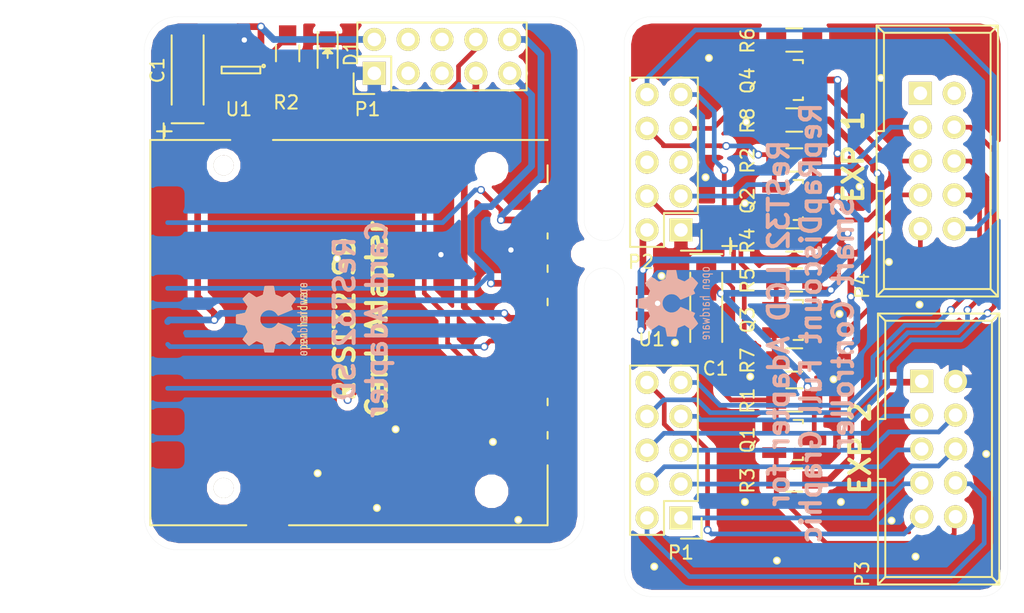
<source format=kicad_pcb>
(kicad_pcb (version 20171130) (host pcbnew "(5.1.12)-1")
  (layers (0 F.Cu signal) (31 B.Cu signal) (34 B.Paste user hide) (35 F.Paste user hide) (36 B.SilkS user hide) (37 F.SilkS user hide) (38 B.Mask user hide) (39 F.Mask user hide) (44 Edge.Cuts user))
  (net 0 "")
  (net 1 GND)
  (net 2 +3V3)
  (net 3 /DISPLAY_D6)
  (net 4 /DISPLAY_D7)
  (net 5 /DISPLAY_D4)
  (net 6 /DISPLAY_D5)
  (net 7 /DISPLAY_D2)
  (net 8 /DISPLAY_D3)
  (net 9 /DISPLAY_D0)
  (net 10 /DISPLAY_D1)
  (net 11 /DISPLAY_CD)
  (net 12 /DISPLAY_CS)
  (net 13 +5V)
  (net 14 /DISPLAY_RD)
  (net 15 /DISPLAY_WR)
  (net 16 /SPI_MOSI)
  (net 17 /SPI_CS1)
  (net 18 /SPI_SCK)
  (net 19 /MISO)
  (net 20 /BEEP)
  (net 21 /SCK)
  (net 22 /CS)
  (net 23 /MOSI)
  (net 24 /SPI-CS)
  (net 25 /SPI-MOSI)
  (net 26 /SPI-SCK)
  (net 27 /SPI-MISO)
  (net 28 "Net-(D1-Pad2)")
  (module Connect:SD_Card_Receptacle (layer F.Cu) (at 106.5 127.25 270)
    (fp_text reference CON1 hide)
    (fp_text value uSD_Card)
    (pad 1 smd rect (at 6.875 0 270) (size 1 1.5) (layers F.Cu F.Paste F.Mask))
    (pad 2 smd rect (at 4.375 0 270) (size 1 1.5) (layers F.Cu F.Paste F.Mask) (net 24 /SPI-CS))
    (pad 3 smd rect (at 1.075 0 270) (size 1 1.5) (layers F.Cu F.Paste F.Mask) (net 25 /SPI-MOSI))
    (pad 4 smd rect (at -0.625 0 270) (size 1 1.5) (layers F.Cu F.Paste F.Mask) (net 2 +3V3))
    (pad 5 smd rect (at -3.125 0 270) (size 1 1.5) (layers F.Cu F.Paste F.Mask) (net 26 /SPI-SCK))
    (pad 6 smd rect (at -5.625 0 270) (size 1 1.5) (layers F.Cu F.Paste F.Mask) (net 1 GND))
    (pad 7 smd rect (at -8.05 0 270) (size 1 1.5) (layers F.Cu F.Paste F.Mask) (net 27 /SPI-MISO))
    (pad 8 smd rect (at -9.75 0 270) (size 1 1.5) (layers F.Cu F.Paste F.Mask))
    (pad 9 smd rect (at 9.375 0 270) (size 1 1.5) (layers F.Cu F.Paste F.Mask))
    (pad 10 smd rect (at 2.725 0 270) (size 1 1.5) (layers F.Cu F.Paste F.Mask) (net 1 GND))
    (pad 11 smd rect (at -13.1 0 270) (size 1 1.5) (layers F.Cu F.Paste F.Mask) (net 1 GND))
    (pad 12 smd rect (at 14.4 21 270) (size 1.2 2.2) (layers F.Cu F.Paste F.Mask) (net 1 GND))
    (pad 13 smd rect (at -13.6 22.2 270) (size 1.2 2.2) (layers F.Cu F.Paste F.Mask) (net 1 GND))
    (pad "" thru_hole circle (at 12.1 24.3 270) (size 1.5 1.5) (drill 1.5) (layers *.Cu *.Mask F.SilkS))
    (pad "" thru_hole circle (at -12.1 24.3 270) (size 1.5 1.5) (drill 1.5) (layers *.Cu *.Mask F.SilkS))
  )
  (module ReST-Library:1pin (layer F.Cu) (at 118.35 116.05)
    (fp_text reference REF** hide)
    (fp_text value 1pin)
    (pad GND thru_hole circle (at 0 0) (size 0.6 0.6) (drill 0.4) (layers *.Cu *.Mask F.SilkS) (net 1 GND))
  )
  (module ReST-Library:1pin (layer F.Cu) (at 121.4 111.9)
    (fp_text reference REF** hide)
    (fp_text value 1pin)
    (pad GND thru_hole circle (at 0 0) (size 0.6 0.6) (drill 0.4) (layers *.Cu *.Mask F.SilkS) (net 1 GND))
  )
  (module ReST-Library:1pin (layer F.Cu) (at 129.9 116.75)
    (fp_text reference REF** hide)
    (fp_text value 1pin)
    (pad GND thru_hole circle (at 0 0) (size 0.6 0.6) (drill 0.4) (layers *.Cu *.Mask F.SilkS) (net 1 GND))
  )
  (module ReST-Library:1pin (layer F.Cu) (at 127.95 131.2)
    (fp_text reference REF** hide)
    (fp_text value 1pin)
    (pad GND thru_hole circle (at 0 0) (size 0.6 0.6) (drill 0.4) (layers *.Cu *.Mask F.SilkS) (net 1 GND))
  )
  (module ReST-Library:1pin (layer F.Cu) (at 116.05 128.45)
    (fp_text reference REF** hide)
    (fp_text value 1pin)
    (pad GND thru_hole circle (at 0 0) (size 0.6 0.6) (drill 0.4) (layers *.Cu *.Mask F.SilkS) (net 1 GND))
  )
  (module ReST-Library:1pin (layer F.Cu) (at 115.05 123.45)
    (fp_text reference REF** hide)
    (fp_text value 1pin)
    (pad GND thru_hole circle (at 0 0) (size 0.6 0.6) (drill 0.4) (layers *.Cu *.Mask F.SilkS) (net 1 GND))
  )
  (module ReST-Library:1pin (layer F.Cu) (at 128.4 126.3)
    (fp_text reference REF** hide)
    (fp_text value 1pin)
    (pad GND thru_hole circle (at 0 0) (size 0.6 0.6) (drill 0.4) (layers *.Cu *.Mask F.SilkS) (net 1 GND))
  )
  (module ReST-Library:1pin (layer F.Cu) (at 121.7 131)
    (fp_text reference REF** hide)
    (fp_text value 1pin)
    (pad GND thru_hole circle (at 0 0) (size 0.6 0.6) (drill 0.4) (layers *.Cu *.Mask F.SilkS) (net 1 GND))
  )
  (module ReST-Library:1pin (layer F.Cu) (at 121.3 118)
    (fp_text reference REF** hide)
    (fp_text value 1pin)
    (pad GND thru_hole circle (at 0 0) (size 0.6 0.6) (drill 0.4) (layers *.Cu *.Mask F.SilkS) (net 1 GND))
  )
  (module ReST-Library:1pin (layer F.Cu) (at 114.5 145.25)
    (fp_text reference REF** hide)
    (fp_text value 1pin)
    (pad GND thru_hole circle (at 0 0) (size 0.6 0.6) (drill 0.4) (layers *.Cu *.Mask F.SilkS) (net 1 GND))
  )
  (module ReST-Library:1pin (layer F.Cu) (at 118.6 107.1)
    (fp_text reference REF** hide)
    (fp_text value 1pin)
    (pad GND thru_hole circle (at 0 0) (size 0.6 0.6) (drill 0.4) (layers *.Cu *.Mask F.SilkS) (net 1 GND))
  )
  (module ReST-Library:1pin (layer F.Cu) (at 131.5 108.6)
    (fp_text reference REF** hide)
    (fp_text value 1pin)
    (pad GND thru_hole circle (at 0 0) (size 0.6 0.6) (drill 0.4) (layers *.Cu *.Mask F.SilkS) (net 1 GND))
  )
  (module ReST-Library:1pin (layer F.Cu) (at 132.1 122.4)
    (fp_text reference REF** hide)
    (fp_text value 1pin)
    (pad GND thru_hole circle (at 0 0) (size 0.6 0.6) (drill 0.4) (layers *.Cu *.Mask F.SilkS) (net 1 GND))
  )
  (module ReST-Library:1pin (layer F.Cu) (at 134.4 125.6)
    (fp_text reference REF** hide)
    (fp_text value 1pin)
    (pad GND thru_hole circle (at 0 0) (size 0.6 0.6) (drill 0.4) (layers *.Cu *.Mask F.SilkS) (net 1 GND))
  )
  (module ReST-Library:1pin (layer F.Cu) (at 139.4 136.8)
    (fp_text reference REF** hide)
    (fp_text value 1pin)
    (pad GND thru_hole circle (at 0 0) (size 0.6 0.6) (drill 0.4) (layers *.Cu *.Mask F.SilkS) (net 1 GND))
  )
  (module ReST-Library:1pin (layer F.Cu) (at 134.1 144.5)
    (fp_text reference REF** hide)
    (fp_text value 1pin)
    (pad GND thru_hole circle (at 0 0) (size 0.6 0.6) (drill 0.4) (layers *.Cu *.Mask F.SilkS) (net 1 GND))
  )
  (module ReST-Library:1pin (layer F.Cu) (at 132.3 141.8)
    (fp_text reference REF** hide)
    (fp_text value 1pin)
    (pad GND thru_hole circle (at 0 0) (size 0.6 0.6) (drill 0.4) (layers *.Cu *.Mask F.SilkS) (net 1 GND))
  )
  (module ReST-Library:1pin (layer F.Cu) (at 128.5 140.4)
    (fp_text reference REF** hide)
    (fp_text value 1pin)
    (pad GND thru_hole circle (at 0 0) (size 0.6 0.6) (drill 0.4) (layers *.Cu *.Mask F.SilkS) (net 1 GND))
  )
  (module ReST-Library:1pin (layer F.Cu) (at 121.3 140.4)
    (fp_text reference REF** hide)
    (fp_text value 1pin)
    (pad GND thru_hole circle (at 0 0) (size 0.6 0.6) (drill 0.4) (layers *.Cu *.Mask F.SilkS) (net 1 GND))
  )
  (module Connect:IDC_Header_Straight_10pins (layer F.Cu) (at 134.46 109.75 270)
    (fp_text reference P4 (at 14.45 4.36 270) (layer F.SilkS))
    (fp_text value CONN_02X05)
    (pad 1 thru_hole rect (at 0 0 270) (size 1.7272 1.7272) (drill 1.016) (layers *.Cu *.Mask F.SilkS))
    (pad 2 thru_hole oval (at 0 -2.54 270) (size 1.7272 1.7272) (drill 1.016) (layers *.Cu *.Mask F.SilkS))
    (pad 3 thru_hole oval (at 2.54 0 270) (size 1.7272 1.7272) (drill 1.016) (layers *.Cu *.Mask F.SilkS) (net 14 /DISPLAY_RD))
    (pad 4 thru_hole oval (at 2.54 -2.54 270) (size 1.7272 1.7272) (drill 1.016) (layers *.Cu *.Mask F.SilkS) (net 6 /DISPLAY_D5))
    (pad 5 thru_hole oval (at 5.08 0 270) (size 1.7272 1.7272) (drill 1.016) (layers *.Cu *.Mask F.SilkS) (net 23 /MOSI))
    (pad 6 thru_hole oval (at 5.08 -2.54 270) (size 1.7272 1.7272) (drill 1.016) (layers *.Cu *.Mask F.SilkS) (net 5 /DISPLAY_D4))
    (pad 7 thru_hole oval (at 7.62 0 270) (size 1.7272 1.7272) (drill 1.016) (layers *.Cu *.Mask F.SilkS) (net 22 /CS))
    (pad 8 thru_hole oval (at 7.62 -2.54 270) (size 1.7272 1.7272) (drill 1.016) (layers *.Cu *.Mask F.SilkS) (net 4 /DISPLAY_D7))
    (pad 9 thru_hole oval (at 10.16 0 270) (size 1.7272 1.7272) (drill 1.016) (layers *.Cu *.Mask F.SilkS) (net 21 /SCK))
    (pad 10 thru_hole oval (at 10.16 -2.54 270) (size 1.7272 1.7272) (drill 1.016) (layers *.Cu *.Mask F.SilkS) (net 19 /MISO))
  )
  (module Capacitors_Tantalum_SMD:TantalC_SizeA_EIA-3216_HandSoldering (layer F.Cu) (at 118.4 125.80102 270)
    (fp_text reference C1 (at 4.59898 -0.7) (layer F.SilkS))
    (fp_text value 2.2uF)
    (fp_text user + (at -4.59994 -1.80086 270) (layer F.SilkS))
    (pad 2 smd rect (at 1.99898 0 270) (size 2.99974 1.50114) (layers F.Cu F.Paste F.Mask) (net 1 GND))
    (pad 1 smd rect (at -1.99898 0 270) (size 2.99974 1.50114) (layers F.Cu F.Paste F.Mask) (net 2 +3V3))
  )
  (module Connect:IDC_Header_Straight_10pins (layer F.Cu) (at 134.56 131.35 270)
    (fp_text reference P3 (at 14.45 4.46 270) (layer F.SilkS))
    (fp_text value CONN_02X05)
    (pad 1 thru_hole rect (at 0 0 270) (size 1.7272 1.7272) (drill 1.016) (layers *.Cu *.Mask F.SilkS) (net 13 +5V))
    (pad 2 thru_hole oval (at 0 -2.54 270) (size 1.7272 1.7272) (drill 1.016) (layers *.Cu *.Mask F.SilkS) (net 1 GND))
    (pad 3 thru_hole oval (at 2.54 0 270) (size 1.7272 1.7272) (drill 1.016) (layers *.Cu *.Mask F.SilkS) (net 7 /DISPLAY_D2))
    (pad 4 thru_hole oval (at 2.54 -2.54 270) (size 1.7272 1.7272) (drill 1.016) (layers *.Cu *.Mask F.SilkS) (net 8 /DISPLAY_D3))
    (pad 5 thru_hole oval (at 5.08 0 270) (size 1.7272 1.7272) (drill 1.016) (layers *.Cu *.Mask F.SilkS) (net 9 /DISPLAY_D0))
    (pad 6 thru_hole oval (at 5.08 -2.54 270) (size 1.7272 1.7272) (drill 1.016) (layers *.Cu *.Mask F.SilkS) (net 10 /DISPLAY_D1))
    (pad 7 thru_hole oval (at 7.62 0 270) (size 1.7272 1.7272) (drill 1.016) (layers *.Cu *.Mask F.SilkS) (net 12 /DISPLAY_CS))
    (pad 8 thru_hole oval (at 7.62 -2.54 270) (size 1.7272 1.7272) (drill 1.016) (layers *.Cu *.Mask F.SilkS) (net 11 /DISPLAY_CD))
    (pad 9 thru_hole oval (at 10.16 0 270) (size 1.7272 1.7272) (drill 1.016) (layers *.Cu *.Mask F.SilkS) (net 3 /DISPLAY_D6))
    (pad 10 thru_hole oval (at 10.16 -2.54 270) (size 1.7272 1.7272) (drill 1.016) (layers *.Cu *.Mask F.SilkS) (net 20 /BEEP))
  )
  (module TO_SOT_Packages_SMD:SOT-23_Handsoldering (layer F.Cu) (at 125 135.75 270)
    (fp_text reference Q1 (at 0 3.5 270) (layer F.SilkS))
    (fp_text value BSS138)
    (pad 1 smd rect (at -0.95 1.50114 270) (size 0.8001 1.80086) (layers F.Cu F.Paste F.Mask) (net 15 /DISPLAY_WR))
    (pad 2 smd rect (at 0.95 1.50114 270) (size 0.8001 1.80086) (layers F.Cu F.Paste F.Mask) (net 20 /BEEP))
    (pad 3 smd rect (at 0 -1.50114 270) (size 0.8001 1.80086) (layers F.Cu F.Paste F.Mask) (net 2 +3V3))
  )
  (module TO_SOT_Packages_SMD:SOT-23_Handsoldering (layer F.Cu) (at 125 117.75 270)
    (fp_text reference Q2 (at 0.05 3.5 270) (layer F.SilkS))
    (fp_text value BSS138)
    (pad 1 smd rect (at -0.95 1.50114 270) (size 0.8001 1.80086) (layers F.Cu F.Paste F.Mask) (net 17 /SPI_CS1))
    (pad 2 smd rect (at 0.95 1.50114 270) (size 0.8001 1.80086) (layers F.Cu F.Paste F.Mask) (net 22 /CS))
    (pad 3 smd rect (at 0 -1.50114 270) (size 0.8001 1.80086) (layers F.Cu F.Paste F.Mask) (net 2 +3V3))
  )
  (module TO_SOT_Packages_SMD:SOT-23_Handsoldering (layer F.Cu) (at 125 126.75 270)
    (fp_text reference Q3 (at 0 3.5 270) (layer F.SilkS))
    (fp_text value BSS138)
    (pad 1 smd rect (at -0.95 1.50114 270) (size 0.8001 1.80086) (layers F.Cu F.Paste F.Mask) (net 18 /SPI_SCK))
    (pad 2 smd rect (at 0.95 1.50114 270) (size 0.8001 1.80086) (layers F.Cu F.Paste F.Mask) (net 21 /SCK))
    (pad 3 smd rect (at 0 -1.50114 270) (size 0.8001 1.80086) (layers F.Cu F.Paste F.Mask) (net 2 +3V3))
  )
  (module TO_SOT_Packages_SMD:SOT-23_Handsoldering (layer F.Cu) (at 125 108.75 270)
    (fp_text reference Q4 (at 0.05 3.5 270) (layer F.SilkS))
    (fp_text value BSS138)
    (pad 1 smd rect (at -0.95 1.50114 270) (size 0.8001 1.80086) (layers F.Cu F.Paste F.Mask) (net 16 /SPI_MOSI))
    (pad 2 smd rect (at 0.95 1.50114 270) (size 0.8001 1.80086) (layers F.Cu F.Paste F.Mask) (net 23 /MOSI))
    (pad 3 smd rect (at 0 -1.50114 270) (size 0.8001 1.80086) (layers F.Cu F.Paste F.Mask) (net 2 +3V3))
  )
  (module Resistors_SMD:R_0805_HandSoldering (layer F.Cu) (at 125 132.75 180)
    (fp_text reference R1 (at 3.5 -0.05 270) (layer F.SilkS))
    (fp_text value 10K)
    (pad 1 smd rect (at -1.35 0 180) (size 1.5 1.3) (layers F.Cu F.Paste F.Mask) (net 2 +3V3))
    (pad 2 smd rect (at 1.35 0 180) (size 1.5 1.3) (layers F.Cu F.Paste F.Mask) (net 15 /DISPLAY_WR))
  )
  (module Resistors_SMD:R_0805_HandSoldering (layer F.Cu) (at 125 114.75 180)
    (fp_text reference R2 (at 3.5 -0.05 270) (layer F.SilkS))
    (fp_text value 10K)
    (pad 1 smd rect (at -1.35 0 180) (size 1.5 1.3) (layers F.Cu F.Paste F.Mask) (net 2 +3V3))
    (pad 2 smd rect (at 1.35 0 180) (size 1.5 1.3) (layers F.Cu F.Paste F.Mask) (net 17 /SPI_CS1))
  )
  (module Resistors_SMD:R_0805_HandSoldering (layer F.Cu) (at 125 138.75 180)
    (fp_text reference R3 (at 3.5 -0.05 270) (layer F.SilkS))
    (fp_text value 10K)
    (pad 1 smd rect (at -1.35 0 180) (size 1.5 1.3) (layers F.Cu F.Paste F.Mask) (net 13 +5V))
    (pad 2 smd rect (at 1.35 0 180) (size 1.5 1.3) (layers F.Cu F.Paste F.Mask) (net 20 /BEEP))
  )
  (module Resistors_SMD:R_0805_HandSoldering (layer F.Cu) (at 125 120.75 180)
    (fp_text reference R4 (at 3.5 -0.05 270) (layer F.SilkS))
    (fp_text value 10K)
    (pad 1 smd rect (at -1.35 0 180) (size 1.5 1.3) (layers F.Cu F.Paste F.Mask) (net 13 +5V))
    (pad 2 smd rect (at 1.35 0 180) (size 1.5 1.3) (layers F.Cu F.Paste F.Mask) (net 22 /CS))
  )
  (module Resistors_SMD:R_0805_HandSoldering (layer F.Cu) (at 125 123.75 180)
    (fp_text reference R5 (at 3.5 -0.05 270) (layer F.SilkS))
    (fp_text value 10K)
    (pad 1 smd rect (at -1.35 0 180) (size 1.5 1.3) (layers F.Cu F.Paste F.Mask) (net 2 +3V3))
    (pad 2 smd rect (at 1.35 0 180) (size 1.5 1.3) (layers F.Cu F.Paste F.Mask) (net 18 /SPI_SCK))
  )
  (module Resistors_SMD:R_0805_HandSoldering (layer F.Cu) (at 125 105.75 180)
    (fp_text reference R6 (at 3.5 -0.05 270) (layer F.SilkS))
    (fp_text value 10K)
    (pad 1 smd rect (at -1.35 0 180) (size 1.5 1.3) (layers F.Cu F.Paste F.Mask) (net 2 +3V3))
    (pad 2 smd rect (at 1.35 0 180) (size 1.5 1.3) (layers F.Cu F.Paste F.Mask) (net 16 /SPI_MOSI))
  )
  (module Resistors_SMD:R_0805_HandSoldering (layer F.Cu) (at 125 129.75 180)
    (fp_text reference R7 (at 3.5 -0.05 270) (layer F.SilkS))
    (fp_text value 10K)
    (pad 1 smd rect (at -1.35 0 180) (size 1.5 1.3) (layers F.Cu F.Paste F.Mask) (net 13 +5V))
    (pad 2 smd rect (at 1.35 0 180) (size 1.5 1.3) (layers F.Cu F.Paste F.Mask) (net 21 /SCK))
  )
  (module Resistors_SMD:R_0805_HandSoldering (layer F.Cu) (at 125 111.75 180)
    (fp_text reference R8 (at 3.5 -0.05 270) (layer F.SilkS))
    (fp_text value 10K)
    (pad 1 smd rect (at -1.35 0 180) (size 1.5 1.3) (layers F.Cu F.Paste F.Mask) (net 13 +5V))
    (pad 2 smd rect (at 1.35 0 180) (size 1.5 1.3) (layers F.Cu F.Paste F.Mask) (net 23 /MOSI))
  )
  (module TO_SOT_Packages_SMD:SOT-23-5 (layer F.Cu) (at 114.75 125.5)
    (fp_text reference U1 (at -0.45 2.7) (layer F.SilkS))
    (fp_text value MIC5205)
    (pad 1 smd rect (at -1.1 -0.95) (size 1.06 0.65) (layers F.Cu F.Paste F.Mask) (net 13 +5V))
    (pad 2 smd rect (at -1.1 0) (size 1.06 0.65) (layers F.Cu F.Paste F.Mask) (net 1 GND))
    (pad 3 smd rect (at -1.1 0.95) (size 1.06 0.65) (layers F.Cu F.Paste F.Mask) (net 13 +5V))
    (pad 4 smd rect (at 1.1 0.95) (size 1.06 0.65) (layers F.Cu F.Paste F.Mask))
    (pad 5 smd rect (at 1.1 -0.95) (size 1.06 0.65) (layers F.Cu F.Paste F.Mask) (net 2 +3V3))
  )
  (module Pin_Headers:Pin_Header_Straight_2x05 (layer F.Cu) (at 116.5 141.6 180)
    (fp_text reference P1 (at 0 -2.6 180) (layer F.SilkS))
    (fp_text value CONN_02X05)
    (pad 1 thru_hole rect (at 0 0 180) (size 1.7272 1.7272) (drill 1.016) (layers *.Cu *.Mask F.SilkS) (net 12 /DISPLAY_CS))
    (pad 2 thru_hole oval (at 2.54 0 180) (size 1.7272 1.7272) (drill 1.016) (layers *.Cu *.Mask F.SilkS) (net 11 /DISPLAY_CD))
    (pad 3 thru_hole oval (at 0 2.54 180) (size 1.7272 1.7272) (drill 1.016) (layers *.Cu *.Mask F.SilkS) (net 10 /DISPLAY_D1))
    (pad 4 thru_hole oval (at 2.54 2.54 180) (size 1.7272 1.7272) (drill 1.016) (layers *.Cu *.Mask F.SilkS) (net 9 /DISPLAY_D0))
    (pad 5 thru_hole oval (at 0 5.08 180) (size 1.7272 1.7272) (drill 1.016) (layers *.Cu *.Mask F.SilkS) (net 8 /DISPLAY_D3))
    (pad 6 thru_hole oval (at 2.54 5.08 180) (size 1.7272 1.7272) (drill 1.016) (layers *.Cu *.Mask F.SilkS) (net 7 /DISPLAY_D2))
    (pad 7 thru_hole oval (at 0 7.62 180) (size 1.7272 1.7272) (drill 1.016) (layers *.Cu *.Mask F.SilkS) (net 6 /DISPLAY_D5))
    (pad 8 thru_hole oval (at 2.54 7.62 180) (size 1.7272 1.7272) (drill 1.016) (layers *.Cu *.Mask F.SilkS) (net 5 /DISPLAY_D4))
    (pad 9 thru_hole oval (at 0 10.16 180) (size 1.7272 1.7272) (drill 1.016) (layers *.Cu *.Mask F.SilkS) (net 4 /DISPLAY_D7))
    (pad 10 thru_hole oval (at 2.54 10.16 180) (size 1.7272 1.7272) (drill 1.016) (layers *.Cu *.Mask F.SilkS) (net 3 /DISPLAY_D6))
  )
  (module Pin_Headers:Pin_Header_Straight_2x05 (layer F.Cu) (at 116.5 120 180)
    (fp_text reference P2 (at 3 -2.4 180) (layer F.SilkS))
    (fp_text value CONN_02X05)
    (pad 1 thru_hole rect (at 0 0 180) (size 1.7272 1.7272) (drill 1.016) (layers *.Cu *.Mask F.SilkS) (net 1 GND))
    (pad 2 thru_hole oval (at 2.54 0 180) (size 1.7272 1.7272) (drill 1.016) (layers *.Cu *.Mask F.SilkS) (net 13 +5V))
    (pad 3 thru_hole oval (at 0 2.54 180) (size 1.7272 1.7272) (drill 1.016) (layers *.Cu *.Mask F.SilkS) (net 14 /DISPLAY_RD))
    (pad 4 thru_hole oval (at 2.54 2.54 180) (size 1.7272 1.7272) (drill 1.016) (layers *.Cu *.Mask F.SilkS) (net 15 /DISPLAY_WR))
    (pad 5 thru_hole oval (at 0 5.08 180) (size 1.7272 1.7272) (drill 1.016) (layers *.Cu *.Mask F.SilkS))
    (pad 6 thru_hole oval (at 2.54 5.08 180) (size 1.7272 1.7272) (drill 1.016) (layers *.Cu *.Mask F.SilkS))
    (pad 7 thru_hole oval (at 0 7.62 180) (size 1.7272 1.7272) (drill 1.016) (layers *.Cu *.Mask F.SilkS) (net 16 /SPI_MOSI))
    (pad 8 thru_hole oval (at 2.54 7.62 180) (size 1.7272 1.7272) (drill 1.016) (layers *.Cu *.Mask F.SilkS) (net 17 /SPI_CS1))
    (pad 9 thru_hole oval (at 0 10.16 180) (size 1.7272 1.7272) (drill 1.016) (layers *.Cu *.Mask F.SilkS) (net 18 /SPI_SCK))
    (pad 10 thru_hole oval (at 2.54 10.16 180) (size 1.7272 1.7272) (drill 1.016) (layers *.Cu *.Mask F.SilkS) (net 19 /MISO))
  )
  (module ReST-Library:1pin (layer F.Cu) (at 123.7 144.8)
    (fp_text reference REF** hide)
    (fp_text value 1pin)
    (pad GND thru_hole circle (at 0 0) (size 0.6 0.6) (drill 0.4) (layers *.Cu *.Mask F.SilkS) (net 1 GND))
  )
  (module ReST-Library:Logo_silk_OSHW_6x6mm (layer B.Cu) (at 115.55 125.5 270)
    (fp_text reference G*** hide)
    (fp_text value LOGO hide)
  )
  (module ReST-Library:Logo_silk_OSHW_6x6mm (layer B.Cu) (at 85.368 126.694 270)
    (fp_text reference G*** hide)
    (fp_text value LOGO hide)
  )
  (module ReST-Library:1pin (layer F.Cu) (at 95.1 134.95)
    (fp_text reference REF** hide)
    (fp_text value 1pin)
    (pad GND thru_hole circle (at 0 0) (size 0.6 0.6) (drill 0.4) (layers *.Cu *.Mask F.SilkS) (net 1 GND))
  )
  (module ReST-Library:1pin (layer F.Cu) (at 89.25 138.25)
    (fp_text reference REF** hide)
    (fp_text value 1pin)
    (pad GND thru_hole circle (at 0 0) (size 0.6 0.6) (drill 0.4) (layers *.Cu *.Mask F.SilkS) (net 1 GND))
  )
  (module ReST-Library:1pin (layer F.Cu) (at 102.4 135.9)
    (fp_text reference REF** hide)
    (fp_text value 1pin)
    (pad GND thru_hole circle (at 0 0) (size 0.6 0.6) (drill 0.4) (layers *.Cu *.Mask F.SilkS) (net 1 GND))
  )
  (module ReST-Library:1pin (layer F.Cu) (at 104.3 141.75)
    (fp_text reference REF** hide)
    (fp_text value 1pin)
    (pad GND thru_hole circle (at 0 0) (size 0.6 0.6) (drill 0.4) (layers *.Cu *.Mask F.SilkS) (net 1 GND))
  )
  (module ReST-Library:1pin (layer F.Cu) (at 90.7 122.15)
    (fp_text reference REF** hide)
    (fp_text value 1pin)
    (pad GND thru_hole circle (at 0 0) (size 0.6 0.6) (drill 0.4) (layers *.Cu *.Mask F.SilkS) (net 1 GND))
  )
  (module Capacitors_Tantalum_SMD:TantalC_SizeA_EIA-3216_HandSoldering (layer F.Cu) (at 79.5 108 90)
    (fp_text reference C1 (at -0.025 -2.26 90) (layer F.SilkS))
    (fp_text value CP1_Small)
    (fp_text user + (at -4.59994 -1.80086 90) (layer F.SilkS))
    (pad 2 smd rect (at 1.99898 0 90) (size 2.99974 1.50114) (layers F.Cu F.Paste F.Mask) (net 1 GND))
    (pad 1 smd rect (at -1.99898 0 90) (size 2.99974 1.50114) (layers F.Cu F.Paste F.Mask) (net 2 +3V3))
  )
  (module Pin_Headers:Pin_Header_Straight_2x05 (layer F.Cu) (at 93.5 108.25 90)
    (fp_text reference P1 (at -2.696 -0.512 180) (layer F.SilkS))
    (fp_text value CONN_02X05)
    (pad 1 thru_hole rect (at 0 0 90) (size 1.7272 1.7272) (drill 1.016) (layers *.Cu *.Mask F.SilkS) (net 1 GND))
    (pad 2 thru_hole oval (at 2.54 0 90) (size 1.7272 1.7272) (drill 1.016) (layers *.Cu *.Mask F.SilkS) (net 13 +5V))
    (pad 3 thru_hole oval (at 0 2.54 90) (size 1.7272 1.7272) (drill 1.016) (layers *.Cu *.Mask F.SilkS))
    (pad 4 thru_hole oval (at 2.54 2.54 90) (size 1.7272 1.7272) (drill 1.016) (layers *.Cu *.Mask F.SilkS))
    (pad 5 thru_hole oval (at 0 5.08 90) (size 1.7272 1.7272) (drill 1.016) (layers *.Cu *.Mask F.SilkS))
    (pad 6 thru_hole oval (at 2.54 5.08 90) (size 1.7272 1.7272) (drill 1.016) (layers *.Cu *.Mask F.SilkS))
    (pad 7 thru_hole oval (at 0 7.62 90) (size 1.7272 1.7272) (drill 1.016) (layers *.Cu *.Mask F.SilkS) (net 25 /SPI-MOSI))
    (pad 8 thru_hole oval (at 2.54 7.62 90) (size 1.7272 1.7272) (drill 1.016) (layers *.Cu *.Mask F.SilkS) (net 24 /SPI-CS))
    (pad 9 thru_hole oval (at 0 10.16 90) (size 1.7272 1.7272) (drill 1.016) (layers *.Cu *.Mask F.SilkS) (net 26 /SPI-SCK))
    (pad 10 thru_hole oval (at 2.54 10.16 90) (size 1.7272 1.7272) (drill 1.016) (layers *.Cu *.Mask F.SilkS) (net 27 /SPI-MISO))
  )
  (module Resistors_SMD:R_0805_HandSoldering (layer F.Cu) (at 87 106.75 270)
    (fp_text reference R2 (at 3.688 0.108) (layer F.SilkS))
    (fp_text value 1K)
    (pad 1 smd rect (at -1.35 0 270) (size 1.5 1.3) (layers F.Cu F.Paste F.Mask) (net 2 +3V3))
    (pad 2 smd rect (at 1.35 0 270) (size 1.5 1.3) (layers F.Cu F.Paste F.Mask) (net 28 "Net-(D1-Pad2)"))
  )
  (module TO_SOT_Packages_SMD:SOT-23-5 (layer F.Cu) (at 83.5 108 270)
    (fp_text reference U1 (at 2.946 0.164) (layer F.SilkS))
    (fp_text value MIC5205)
    (pad 1 smd rect (at -1.1 -0.95 270) (size 1.06 0.65) (layers F.Cu F.Paste F.Mask) (net 13 +5V))
    (pad 2 smd rect (at -1.1 0 270) (size 1.06 0.65) (layers F.Cu F.Paste F.Mask) (net 1 GND))
    (pad 3 smd rect (at -1.1 0.95 270) (size 1.06 0.65) (layers F.Cu F.Paste F.Mask) (net 13 +5V))
    (pad 4 smd rect (at 1.1 0.95 270) (size 1.06 0.65) (layers F.Cu F.Paste F.Mask))
    (pad 5 smd rect (at 1.1 -0.95 270) (size 1.06 0.65) (layers F.Cu F.Paste F.Mask) (net 2 +3V3))
  )
  (module ReST-Library:1pin (layer F.Cu) (at 93.7 140.85)
    (fp_text reference REF** hide)
    (fp_text value 1pin)
    (pad GND thru_hole circle (at 0 0) (size 0.6 0.6) (drill 0.4) (layers *.Cu *.Mask F.SilkS) (net 1 GND))
  )
  (module ReST-Library:Logo_silk_OSHW_6x6mm (layer F.Cu) (at 85.368 126.694 90)
    (fp_text reference G*** hide)
    (fp_text value LOGO hide)
  )
  (module LEDs:LED_0805 (layer F.Cu) (at 90 106.75 270)
    (fp_text reference D1 (at 0 -1.75 270) (layer F.SilkS))
    (fp_text value Led_Small)
    (pad 2 smd rect (at 1.04902 0 90) (size 1.19888 1.19888) (layers F.Cu F.Paste F.Mask) (net 28 "Net-(D1-Pad2)"))
    (pad 1 smd rect (at -1.04902 0 90) (size 1.19888 1.19888) (layers F.Cu F.Paste F.Mask) (net 1 GND))
  )
  (gr_arc (start 110.75 124.35) (end 110.75 122.85) (angle 90) (layer Edge.Cuts) (width 0.01))
  (gr_arc (start 110.75 124.35) (end 109.25 124.35) (angle 90) (layer Edge.Cuts) (width 0.01))
  (gr_arc (start 110.75 119.3) (end 112.25 119.3) (angle 90) (layer Edge.Cuts) (width 0.01))
  (gr_arc (start 110.75 119.3) (end 110.75 120.8) (angle 90) (layer Edge.Cuts) (width 0.01))
  (gr_line (start 112.25 106) (end 112.25 119.3) (layer Edge.Cuts) (width 0.01))
  (gr_line (start 109.25 106.5) (end 109.25 119.3) (layer Edge.Cuts) (width 0.01))
  (gr_line (start 112.25 124.35) (end 112.25 145.5) (layer Edge.Cuts) (width 0.01))
  (gr_line (start 109.25 141.5) (end 109.25 124.35) (layer Edge.Cuts) (width 0.01))
  (gr_line (start 139 104) (end 114.25 104) (layer Edge.Cuts) (width 0.01))
  (gr_line (start 141 145.5) (end 141 106) (layer Edge.Cuts) (width 0.01))
  (gr_line (start 114.25 147.5) (end 139 147.5) (layer Edge.Cuts) (width 0.01))
  (gr_arc (start 114.25 145.5) (end 114.25 147.5) (angle 90) (layer Edge.Cuts) (width 0.01))
  (gr_arc (start 139 145.5) (end 141 145.5) (angle 90) (layer Edge.Cuts) (width 0.01))
  (gr_arc (start 139 106) (end 139 104) (angle 90) (layer Edge.Cuts) (width 0.01))
  (gr_arc (start 114.25 106) (end 112.25 106) (angle 90) (layer Edge.Cuts) (width 0.01))
  (gr_text "EXP 2" (at 129.944 136.368 90) (layer F.SilkS) (effects (font (size 1.5 1.5) (thickness 0.3))))
  (gr_text "EXP 1" (at 129.436 114.524 90) (layer F.SilkS) (effects (font (size 1.5 1.5) (thickness 0.3))))
  (gr_text "ReST32 LCD Adapter for\nRepRapDiscount Full Graphic\nSmart Controller" (at 126.25 127 90) (layer B.SilkS) (effects (font (size 1.5 1.5) (thickness 0.3)) (justify mirror)))
  (gr_text "ReST32 SD\nCard Adapter" (at 92.48 126.694 90) (layer F.SilkS) (effects (font (size 1.5 1.5) (thickness 0.3))))
  (gr_text "ReST32 SD\nCard Adapter" (at 92.48 126.694 90) (layer B.SilkS) (effects (font (size 1.5 1.5) (thickness 0.3)) (justify mirror)))
  (gr_line (start 78.75 104) (end 106.75 104) (angle 90) (layer Edge.Cuts) (width 0.01))
  (gr_line (start 76.25 141.5) (end 76.25 106.5) (angle 90) (layer Edge.Cuts) (width 0.01))
  (gr_line (start 106.75 144) (end 78.75 144) (angle 90) (layer Edge.Cuts) (width 0.01))
  (gr_arc (start 78.75 141.5) (end 78.75 144) (angle 90) (layer Edge.Cuts) (width 0.01))
  (gr_arc (start 106.75 141.5) (end 109.25 141.5) (angle 90) (layer Edge.Cuts) (width 0.01))
  (gr_arc (start 106.75 106.5) (end 106.75 104) (angle 90) (layer Edge.Cuts) (width 0.01))
  (gr_arc (start 78.75 106.5) (end 76.25 106.5) (angle 90) (layer Edge.Cuts) (width 0.01))
  (segment (start 121.7 131) (end 121.7 130.1) (width 0.5) (layer B.Cu) (net 1))
  (segment (start 121.7 130.1) (end 115.05 123.45) (width 0.5) (layer B.Cu) (net 1))
  (segment (start 113.65 125.5) (end 114.75 125.5) (width 0.5) (layer F.Cu) (net 1))
  (segment (start 116.75 123.25) (end 116.75 120.25) (width 0.5) (layer F.Cu) (net 1))
  (segment (start 116.75 120.25) (end 116.5 120) (width 0.5) (layer F.Cu) (net 1))
  (segment (start 114.75 125.5) (end 114.75 125.25) (width 0.5) (layer B.Cu) (net 1))
  (segment (start 114.75 125.25) (end 116.75 123.25) (width 0.5) (layer B.Cu) (net 1))
  (segment (start 116.25 128.5) (end 116.25 127) (width 0.5) (layer B.Cu) (net 1))
  (segment (start 116.25 127) (end 114.75 125.5) (width 0.5) (layer B.Cu) (net 1))
  (segment (start 118.4 127.8) (end 116.95 127.8) (width 0.5) (layer F.Cu) (net 1))
  (segment (start 116.95 127.8) (end 116.25 128.5) (width 0.5) (layer F.Cu) (net 1))
  (via (at 114.75 125.5) (size 0.6) (drill 0.4) (layers F.Cu B.Cu) (net 1))
  (via (at 98.5 121.85) (size 0.6) (drill 0.4) (layers F.Cu B.Cu) (net 1))
  (segment (start 87.1 121.875) (end 98.475 121.875) (width 0.5) (layer B.Cu) (net 1))
  (segment (start 78 121.875) (end 87.1 121.875) (width 0.5) (layer B.Cu) (net 1))
  (segment (start 98.475 121.875) (end 98.5 121.85) (width 0.5) (layer B.Cu) (net 1))
  (segment (start 106.5 121.625) (end 103.875 121.625) (width 0.5) (layer F.Cu) (net 1))
  (segment (start 103.875 121.625) (end 103.75 121.5) (width 0.5) (layer F.Cu) (net 1))
  (via (at 103.75 121.5) (size 0.6) (drill 0.4) (layers F.Cu B.Cu) (net 1))
  (segment (start 83.5 106.9) (end 83.5 106) (width 0.5) (layer F.Cu) (net 1))
  (segment (start 83.5 106) (end 83.75 105.75) (width 0.5) (layer F.Cu) (net 1))
  (via (at 83.75 105.75) (size 0.6) (drill 0.4) (layers F.Cu B.Cu) (net 1))
  (segment (start 126 131.75) (end 126 132.4) (width 0.5) (layer F.Cu) (net 2))
  (segment (start 126 132.4) (end 126.35 132.75) (width 0.5) (layer F.Cu) (net 2))
  (segment (start 126 131.25) (end 126 131.75) (width 0.5) (layer B.Cu) (net 2))
  (via (at 126 131.75) (size 0.6) (drill 0.4) (layers F.Cu B.Cu) (net 2))
  (segment (start 125.5 130.75) (end 126 131.25) (width 0.5) (layer B.Cu) (net 2))
  (segment (start 119.5 124.75) (end 125.5 130.75) (width 0.5) (layer B.Cu) (net 2))
  (segment (start 128.25 108.75) (end 126.50114 108.75) (width 0.5) (layer F.Cu) (net 2))
  (segment (start 128.25 114.25) (end 128.25 108.75) (width 0.5) (layer B.Cu) (net 2))
  (via (at 128.25 108.75) (size 0.6) (drill 0.4) (layers F.Cu B.Cu) (net 2))
  (segment (start 128.25 117.5) (end 128.25 114.25) (width 0.5) (layer F.Cu) (net 2))
  (via (at 128.25 114.25) (size 0.6) (drill 0.4) (layers F.Cu B.Cu) (net 2))
  (segment (start 128.25 117.5) (end 130 119.25) (width 0.5) (layer B.Cu) (net 2))
  (segment (start 130 119.25) (end 130 122.25) (width 0.5) (layer B.Cu) (net 2))
  (segment (start 130 122.25) (end 127.75 124.5) (width 0.5) (layer B.Cu) (net 2))
  (segment (start 126.50114 117.75) (end 128 117.75) (width 0.5) (layer F.Cu) (net 2))
  (via (at 128.25 117.5) (size 0.6) (drill 0.4) (layers F.Cu B.Cu) (net 2))
  (segment (start 128 117.75) (end 128.25 117.5) (width 0.5) (layer F.Cu) (net 2))
  (segment (start 127.75 124.5) (end 127.1 124.5) (width 0.5) (layer F.Cu) (net 2))
  (segment (start 127.1 124.5) (end 126.35 123.75) (width 0.5) (layer F.Cu) (net 2))
  (segment (start 119.5 124.75) (end 127.5 124.75) (width 0.5) (layer B.Cu) (net 2))
  (segment (start 127.5 124.75) (end 127.75 124.5) (width 0.5) (layer B.Cu) (net 2))
  (via (at 127.75 124.5) (size 0.6) (drill 0.4) (layers F.Cu B.Cu) (net 2))
  (segment (start 118.4 123.80204) (end 118.55204 123.80204) (width 0.5) (layer F.Cu) (net 2))
  (segment (start 118.55204 123.80204) (end 119.5 124.75) (width 0.5) (layer F.Cu) (net 2))
  (via (at 119.5 124.75) (size 0.6) (drill 0.4) (layers F.Cu B.Cu) (net 2))
  (segment (start 126.50114 135.75) (end 126.50114 132.90114) (width 0.35) (layer F.Cu) (net 2))
  (segment (start 126.50114 132.90114) (end 126.35 132.75) (width 0.35) (layer F.Cu) (net 2))
  (segment (start 126.50114 108.75) (end 126.50114 105.90114) (width 0.35) (layer F.Cu) (net 2))
  (segment (start 126.50114 105.90114) (end 126.35 105.75) (width 0.35) (layer F.Cu) (net 2))
  (segment (start 126.50114 117.75) (end 126.50114 114.90114) (width 0.35) (layer F.Cu) (net 2))
  (segment (start 126.50114 114.90114) (end 126.35 114.75) (width 0.35) (layer F.Cu) (net 2))
  (segment (start 126.50114 126.75) (end 126.50114 123.90114) (width 0.35) (layer F.Cu) (net 2))
  (segment (start 126.50114 123.90114) (end 126.35 123.75) (width 0.35) (layer F.Cu) (net 2))
  (segment (start 115.85 124.55) (end 117.65204 124.55) (width 0.5) (layer F.Cu) (net 2))
  (segment (start 117.65204 124.55) (end 118.4 123.80204) (width 0.5) (layer F.Cu) (net 2))
  (segment (start 103.25 126.25) (end 82 126.25) (width 0.5) (layer B.Cu) (net 2))
  (segment (start 82 126.25) (end 81.5 126.75) (width 0.5) (layer B.Cu) (net 2))
  (segment (start 106.5 126.625) (end 103.625 126.625) (width 0.5) (layer F.Cu) (net 2))
  (segment (start 103.625 126.625) (end 103.25 126.25) (width 0.5) (layer F.Cu) (net 2))
  (via (at 103.25 126.25) (size 0.6) (drill 0.4) (layers F.Cu B.Cu) (net 2))
  (segment (start 81.5 126.75) (end 78.125 126.75) (width 0.5) (layer B.Cu) (net 2))
  (segment (start 78.125 126.75) (end 78 126.875) (width 0.5) (layer B.Cu) (net 2))
  (segment (start 80.25 125) (end 81.5 126.25) (width 0.5) (layer F.Cu) (net 2))
  (segment (start 81.5 126.25) (end 81.5 126.75) (width 0.5) (layer F.Cu) (net 2))
  (via (at 81.5 126.75) (size 0.6) (drill 0.4) (layers F.Cu B.Cu) (net 2))
  (segment (start 80.25 113.75) (end 80.25 125) (width 0.5) (layer F.Cu) (net 2))
  (segment (start 81.25159 112.74841) (end 80.25 113.75) (width 0.5) (layer F.Cu) (net 2))
  (segment (start 81.25159 110.5) (end 81.25159 112.74841) (width 0.5) (layer F.Cu) (net 2))
  (segment (start 85.5 107) (end 85.5 107.845) (width 0.35) (layer F.Cu) (net 2))
  (segment (start 85.5 107.845) (end 84.45 108.895) (width 0.35) (layer F.Cu) (net 2))
  (segment (start 84.45 108.895) (end 84.45 109.1) (width 0.35) (layer F.Cu) (net 2))
  (segment (start 87 105.5) (end 85.5 107) (width 0.35) (layer F.Cu) (net 2))
  (segment (start 84.08 110.5) (end 81.25159 110.5) (width 0.5) (layer F.Cu) (net 2))
  (segment (start 81.25159 110.5) (end 80.75057 109.99898) (width 0.5) (layer F.Cu) (net 2))
  (segment (start 80.75057 109.99898) (end 79.5 109.99898) (width 0.5) (layer F.Cu) (net 2))
  (segment (start 84.45 109.1) (end 84.45 110.13) (width 0.5) (layer F.Cu) (net 2))
  (segment (start 84.45 110.13) (end 84.08 110.5) (width 0.5) (layer F.Cu) (net 2))
  (segment (start 87 105.5) (end 87 105.4) (width 0.3) (layer F.Cu) (net 2))
  (segment (start 133.596401 142.443599) (end 134.46 141.58) (width 0.35) (layer B.Cu) (net 3))
  (segment (start 118.799999 142.799999) (end 133.240001 142.799999) (width 0.35) (layer B.Cu) (net 3))
  (segment (start 133.240001 142.799999) (end 133.596401 142.443599) (width 0.35) (layer B.Cu) (net 3))
  (segment (start 118.5 142.5) (end 118.799999 142.799999) (width 0.35) (layer B.Cu) (net 3))
  (segment (start 115.25 132.73) (end 115.25 134.56313) (width 0.35) (layer F.Cu) (net 3))
  (segment (start 113.96 131.44) (end 115.25 132.73) (width 0.35) (layer F.Cu) (net 3))
  (segment (start 115.93687 135.25) (end 117.25 135.25) (width 0.35) (layer F.Cu) (net 3))
  (segment (start 115.25 134.56313) (end 115.93687 135.25) (width 0.35) (layer F.Cu) (net 3))
  (segment (start 117.25 135.25) (end 118.5 136.5) (width 0.35) (layer F.Cu) (net 3))
  (segment (start 118.5 136.5) (end 118.5 142.5) (width 0.35) (layer F.Cu) (net 3))
  (via (at 118.5 142.5) (size 0.6) (drill 0.4) (layers F.Cu B.Cu) (net 3))
  (segment (start 129.04436 133.14998) (end 130.89998 131.29436) (width 0.35) (layer B.Cu) (net 4))
  (segment (start 119.431294 133.14998) (end 129.04436 133.14998) (width 0.35) (layer B.Cu) (net 4))
  (segment (start 116.5 131.44) (end 117.721314 131.44) (width 0.35) (layer B.Cu) (net 4))
  (segment (start 117.721314 131.44) (end 119.431294 133.14998) (width 0.35) (layer B.Cu) (net 4))
  (segment (start 137 117.37) (end 138.221314 117.37) (width 0.35) (layer F.Cu) (net 4))
  (segment (start 138.221314 117.37) (end 138.89998 118.048666) (width 0.35) (layer F.Cu) (net 4))
  (segment (start 138.89998 118.048666) (end 138.89998 123.85002) (width 0.35) (layer F.Cu) (net 4))
  (segment (start 138.89998 123.85002) (end 138.25 124.5) (width 0.35) (layer F.Cu) (net 4))
  (segment (start 138.25 124.5) (end 136.75 126) (width 0.35) (layer F.Cu) (net 4))
  (segment (start 133.294358 127.14998) (end 135.60002 127.14998) (width 0.35) (layer B.Cu) (net 4))
  (segment (start 135.60002 127.14998) (end 136.75 126) (width 0.35) (layer B.Cu) (net 4))
  (via (at 136.75 126) (size 0.6) (drill 0.4) (layers F.Cu B.Cu) (net 4))
  (segment (start 130.89998 131.29436) (end 130.89998 129.544358) (width 0.35) (layer B.Cu) (net 4))
  (segment (start 130.89998 129.544358) (end 133.294358 127.14998) (width 0.35) (layer B.Cu) (net 4))
  (segment (start 113.96 133.98) (end 115.198601 132.741399) (width 0.35) (layer B.Cu) (net 5))
  (segment (start 115.198601 132.741399) (end 117.741399 132.741399) (width 0.35) (layer B.Cu) (net 5))
  (segment (start 118.69999 133.69999) (end 129.27218 133.69999) (width 0.35) (layer B.Cu) (net 5))
  (segment (start 117.741399 132.741399) (end 118.69999 133.69999) (width 0.35) (layer B.Cu) (net 5))
  (segment (start 129.27218 133.69999) (end 131.44999 131.52218) (width 0.35) (layer B.Cu) (net 5))
  (segment (start 131.44999 131.52218) (end 131.44999 129.772179) (width 0.35) (layer B.Cu) (net 5))
  (segment (start 131.44999 129.772179) (end 133.522179 127.69999) (width 0.35) (layer B.Cu) (net 5))
  (segment (start 136.25 127.69999) (end 137.27218 127.69999) (width 0.35) (layer B.Cu) (net 5))
  (segment (start 133.522179 127.69999) (end 136.25 127.69999) (width 0.35) (layer B.Cu) (net 5))
  (segment (start 139.44999 124.55001) (end 139.44999 116.25) (width 0.35) (layer F.Cu) (net 5))
  (segment (start 137 114.83) (end 138.221314 114.83) (width 0.35) (layer F.Cu) (net 5))
  (segment (start 138.221314 114.83) (end 139.44999 116.058676) (width 0.35) (layer F.Cu) (net 5))
  (segment (start 139.44999 116.058676) (end 139.44999 116.25) (width 0.35) (layer F.Cu) (net 5))
  (segment (start 138 126) (end 139.44999 124.55001) (width 0.35) (layer F.Cu) (net 5))
  (segment (start 137.27218 127.69999) (end 138 126.97217) (width 0.35) (layer B.Cu) (net 5))
  (segment (start 138 126.97217) (end 138 126) (width 0.35) (layer B.Cu) (net 5))
  (via (at 138 126) (size 0.6) (drill 0.4) (layers F.Cu B.Cu) (net 5))
  (segment (start 129.5 134.25) (end 132 131.75) (width 0.35) (layer B.Cu) (net 6))
  (segment (start 116.5 133.98) (end 117.721314 133.98) (width 0.35) (layer B.Cu) (net 6))
  (segment (start 117.721314 133.98) (end 117.991314 134.25) (width 0.35) (layer B.Cu) (net 6))
  (segment (start 117.991314 134.25) (end 129.5 134.25) (width 0.35) (layer B.Cu) (net 6))
  (segment (start 132 130) (end 133.75 128.25) (width 0.35) (layer B.Cu) (net 6))
  (segment (start 132 131.75) (end 132 130) (width 0.35) (layer B.Cu) (net 6))
  (segment (start 133.75 128.25) (end 137.5 128.25) (width 0.35) (layer B.Cu) (net 6))
  (segment (start 137 112.29) (end 138.221314 112.29) (width 0.35) (layer F.Cu) (net 6))
  (segment (start 138.221314 112.29) (end 140 114.068686) (width 0.35) (layer F.Cu) (net 6))
  (segment (start 140 114.068686) (end 140 125.75) (width 0.35) (layer F.Cu) (net 6))
  (segment (start 140 125.75) (end 139.5 126.25) (width 0.35) (layer F.Cu) (net 6))
  (via (at 139.5 126.25) (size 0.6) (drill 0.4) (layers F.Cu B.Cu) (net 6))
  (segment (start 137.5 128.25) (end 139.5 126.25) (width 0.35) (layer B.Cu) (net 6))
  (segment (start 113.96 136.52) (end 115.23 135.25) (width 0.35) (layer B.Cu) (net 7))
  (segment (start 113.96 136.52) (end 113.96 137.22687) (width 0.35) (layer F.Cu) (net 7))
  (segment (start 130.5 135.25) (end 131.79 133.96) (width 0.35) (layer B.Cu) (net 7))
  (segment (start 115.23 135.25) (end 130.5 135.25) (width 0.35) (layer B.Cu) (net 7))
  (segment (start 131.79 133.96) (end 134.46 133.96) (width 0.35) (layer B.Cu) (net 7))
  (segment (start 137.1 133.89) (end 135.84 135.15) (width 0.35) (layer B.Cu) (net 8))
  (segment (start 135.84 135.15) (end 132.1 135.15) (width 0.35) (layer B.Cu) (net 8))
  (segment (start 132.1 135.15) (end 130.73 136.52) (width 0.35) (layer B.Cu) (net 8))
  (segment (start 130.73 136.52) (end 116.5 136.52) (width 0.35) (layer B.Cu) (net 8))
  (segment (start 113.96 139.06) (end 115.261399 137.758601) (width 0.35) (layer B.Cu) (net 9))
  (segment (start 115.261399 137.758601) (end 131.463569 137.758601) (width 0.35) (layer B.Cu) (net 9))
  (segment (start 131.463569 137.758601) (end 132.72217 136.5) (width 0.35) (layer B.Cu) (net 9))
  (segment (start 132.72217 136.5) (end 133.238686 136.5) (width 0.35) (layer B.Cu) (net 9))
  (segment (start 133.238686 136.5) (end 134.46 136.5) (width 0.35) (layer B.Cu) (net 9))
  (segment (start 116.5 139.06) (end 132.440856 139.06) (width 0.35) (layer B.Cu) (net 10))
  (segment (start 132.440856 139.06) (end 133.800856 137.7) (width 0.35) (layer B.Cu) (net 10))
  (segment (start 133.800856 137.7) (end 135.83 137.7) (width 0.35) (layer B.Cu) (net 10))
  (segment (start 135.83 137.7) (end 137.1 136.43) (width 0.35) (layer B.Cu) (net 10))
  (segment (start 137 139.04) (end 138.221314 139.04) (width 0.35) (layer B.Cu) (net 11))
  (segment (start 138.221314 139.04) (end 139.25 140.068686) (width 0.35) (layer B.Cu) (net 11))
  (segment (start 139.25 140.068686) (end 139.25 143.5) (width 0.35) (layer B.Cu) (net 11))
  (segment (start 139.25 143.5) (end 136.75 146) (width 0.35) (layer B.Cu) (net 11))
  (segment (start 136.75 146) (end 117.138686 146) (width 0.35) (layer B.Cu) (net 11))
  (segment (start 113.96 142.821314) (end 113.96 141.6) (width 0.35) (layer B.Cu) (net 11))
  (segment (start 117.138686 146) (end 113.96 142.821314) (width 0.35) (layer B.Cu) (net 11))
  (segment (start 134.46 139.04) (end 133.238686 139.04) (width 0.35) (layer B.Cu) (net 12))
  (segment (start 133.238686 139.04) (end 130.678686 141.6) (width 0.35) (layer B.Cu) (net 12))
  (segment (start 130.678686 141.6) (end 116.5 141.6) (width 0.35) (layer B.Cu) (net 12))
  (segment (start 129.25 125) (end 129.25 125.424264) (width 0.5) (layer B.Cu) (net 13))
  (segment (start 126.575736 122.25) (end 114.4 122.25) (width 0.5) (layer B.Cu) (net 13))
  (segment (start 114.4 122.25) (end 113.65 123) (width 0.5) (layer B.Cu) (net 13))
  (segment (start 129 120.25) (end 128.575736 120.25) (width 0.5) (layer B.Cu) (net 13))
  (segment (start 128.575736 120.25) (end 126.575736 122.25) (width 0.5) (layer B.Cu) (net 13))
  (segment (start 126.35 120.75) (end 128.5 120.75) (width 0.5) (layer F.Cu) (net 13))
  (segment (start 128.5 120.75) (end 129 120.25) (width 0.5) (layer F.Cu) (net 13))
  (via (at 129 120.25) (size 0.6) (drill 0.4) (layers F.Cu B.Cu) (net 13))
  (segment (start 126.35 111.75) (end 127.6 111.75) (width 0.5) (layer F.Cu) (net 13))
  (segment (start 127.6 111.75) (end 130.950001 115.100001) (width 0.5) (layer F.Cu) (net 13))
  (segment (start 130.950001 115.100001) (end 130.950001 115.450001) (width 0.5) (layer F.Cu) (net 13))
  (segment (start 131.25 115.75) (end 130.950001 115.450001) (width 0.5) (layer F.Cu) (net 13))
  (segment (start 131.5 116) (end 131.25 115.75) (width 0.5) (layer B.Cu) (net 13))
  (via (at 131.25 115.75) (size 0.6) (drill 0.4) (layers F.Cu B.Cu) (net 13))
  (segment (start 131.5 120) (end 131.5 116) (width 0.5) (layer B.Cu) (net 13))
  (segment (start 129.25 121.75) (end 129.75 121.75) (width 0.5) (layer F.Cu) (net 13))
  (segment (start 129.75 121.75) (end 131.5 120) (width 0.5) (layer F.Cu) (net 13))
  (via (at 131.5 120) (size 0.6) (drill 0.4) (layers F.Cu B.Cu) (net 13))
  (segment (start 129.25 121.75) (end 128.25 120.75) (width 0.5) (layer F.Cu) (net 13))
  (segment (start 128.25 120.75) (end 126.35 120.75) (width 0.5) (layer F.Cu) (net 13))
  (segment (start 129.25 125) (end 129.25 121.75) (width 0.5) (layer F.Cu) (net 13))
  (via (at 129.25 125) (size 0.6) (drill 0.4) (layers F.Cu B.Cu) (net 13))
  (segment (start 126.35 129.75) (end 127.6 129.75) (width 0.5) (layer F.Cu) (net 13))
  (segment (start 126.35 138.75) (end 127.6 138.75) (width 0.5) (layer F.Cu) (net 13))
  (segment (start 113.65 124.55) (end 113.65 123) (width 0.5) (layer F.Cu) (net 13))
  (segment (start 113.65 123) (end 113.65 120.31) (width 0.5) (layer F.Cu) (net 13))
  (segment (start 113.5 127.5) (end 113.5 123.15) (width 0.5) (layer B.Cu) (net 13))
  (segment (start 113.5 123.15) (end 113.65 123) (width 0.5) (layer B.Cu) (net 13))
  (via (at 113.65 123) (size 0.6) (drill 0.4) (layers F.Cu B.Cu) (net 13))
  (segment (start 113.65 126.45) (end 113.65 127.35) (width 0.5) (layer F.Cu) (net 13))
  (segment (start 113.65 127.35) (end 113.5 127.5) (width 0.5) (layer F.Cu) (net 13))
  (via (at 113.5 127.5) (size 0.6) (drill 0.4) (layers F.Cu B.Cu) (net 13))
  (segment (start 113.65 120.31) (end 113.96 120) (width 0.5) (layer F.Cu) (net 13))
  (segment (start 131.83 131.42) (end 134.46 131.42) (width 0.5) (layer F.Cu) (net 13))
  (segment (start 129.7 125.874264) (end 129.7 128.3) (width 0.5) (layer B.Cu) (net 13))
  (segment (start 129.7 128.3) (end 129 129) (width 0.5) (layer B.Cu) (net 13))
  (segment (start 129.25 125.424264) (end 129.7 125.874264) (width 0.5) (layer B.Cu) (net 13))
  (segment (start 129.25 134) (end 129.25 130.25) (width 0.5) (layer F.Cu) (net 13))
  (segment (start 129.25 130.25) (end 129 130) (width 0.5) (layer F.Cu) (net 13))
  (segment (start 129 130) (end 129 129) (width 0.5) (layer F.Cu) (net 13))
  (segment (start 128.25 129.75) (end 129 129) (width 0.5) (layer F.Cu) (net 13))
  (via (at 129 129) (size 0.6) (drill 0.4) (layers F.Cu B.Cu) (net 13))
  (segment (start 129.25 137.1) (end 129.25 134) (width 0.5) (layer F.Cu) (net 13))
  (segment (start 129.25 134) (end 131.83 131.42) (width 0.5) (layer F.Cu) (net 13))
  (segment (start 127.6 129.75) (end 128.25 129.75) (width 0.5) (layer F.Cu) (net 13))
  (segment (start 127.6 138.75) (end 129.25 137.1) (width 0.5) (layer F.Cu) (net 13))
  (segment (start 85 104.75) (end 83.25 104.75) (width 0.5) (layer F.Cu) (net 13))
  (segment (start 83.25 104.75) (end 82.55 105.45) (width 0.5) (layer F.Cu) (net 13))
  (segment (start 82.55 105.45) (end 82.55 106.9) (width 0.5) (layer F.Cu) (net 13))
  (segment (start 85 104.75) (end 85 106.35) (width 0.5) (layer F.Cu) (net 13))
  (segment (start 85 106.35) (end 84.45 106.9) (width 0.5) (layer F.Cu) (net 13))
  (segment (start 93.5 105.71) (end 85.96 105.71) (width 0.5) (layer B.Cu) (net 13))
  (segment (start 85.96 105.71) (end 85 104.75) (width 0.5) (layer B.Cu) (net 13))
  (via (at 85 104.75) (size 0.6) (drill 0.4) (layers F.Cu B.Cu) (net 13))
  (segment (start 84.5 106.85) (end 84.45 106.9) (width 0.3) (layer F.Cu) (net 13))
  (segment (start 132.25 112.29) (end 134.46 112.29) (width 0.35) (layer B.Cu) (net 14))
  (segment (start 129.29 115.25) (end 132.25 112.29) (width 0.35) (layer B.Cu) (net 14))
  (segment (start 125.85 115.25) (end 129.29 115.25) (width 0.35) (layer B.Cu) (net 14))
  (segment (start 124.5 116.6) (end 125.85 115.25) (width 0.35) (layer B.Cu) (net 14))
  (segment (start 121.5 116.6) (end 124.5 116.6) (width 0.35) (layer B.Cu) (net 14))
  (segment (start 116.5 117.46) (end 120.64 117.46) (width 0.35) (layer B.Cu) (net 14))
  (segment (start 120.64 117.46) (end 121.5 116.6) (width 0.35) (layer B.Cu) (net 14))
  (segment (start 123.65 132.75) (end 120.25 132.75) (width 0.35) (layer F.Cu) (net 15))
  (segment (start 120.25 132.75) (end 119.6 132.1) (width 0.35) (layer F.Cu) (net 15))
  (segment (start 119.6 132.1) (end 119.6 130.85) (width 0.35) (layer F.Cu) (net 15))
  (segment (start 119.6 130.85) (end 121.25 129.2) (width 0.35) (layer F.Cu) (net 15))
  (segment (start 120.44999 120.19999) (end 118.948601 118.698601) (width 0.35) (layer F.Cu) (net 15))
  (segment (start 118.948601 118.698601) (end 115.198601 118.698601) (width 0.35) (layer F.Cu) (net 15))
  (segment (start 121.25 129.2) (end 121.25 124) (width 0.35) (layer F.Cu) (net 15))
  (segment (start 121.25 124) (end 120.44999 123.19999) (width 0.35) (layer F.Cu) (net 15))
  (segment (start 115.198601 118.698601) (end 113.96 117.46) (width 0.35) (layer F.Cu) (net 15))
  (segment (start 120.44999 123.19999) (end 120.44999 120.19999) (width 0.35) (layer F.Cu) (net 15))
  (segment (start 123.65 132.75) (end 123.65 134.64886) (width 0.35) (layer F.Cu) (net 15))
  (segment (start 123.65 134.64886) (end 123.49886 134.8) (width 0.35) (layer F.Cu) (net 15))
  (segment (start 123.49886 107.8) (end 123.49886 105.90114) (width 0.35) (layer F.Cu) (net 16))
  (segment (start 123.49886 105.90114) (end 123.65 105.75) (width 0.35) (layer F.Cu) (net 16))
  (segment (start 116.5 112.38) (end 118.91886 112.38) (width 0.35) (layer F.Cu) (net 16))
  (segment (start 118.91886 112.38) (end 122.24843 109.05043) (width 0.35) (layer F.Cu) (net 16))
  (segment (start 122.24843 109.05043) (end 122.24843 108.55005) (width 0.35) (layer F.Cu) (net 16))
  (segment (start 122.24843 108.55005) (end 122.99848 107.8) (width 0.35) (layer F.Cu) (net 16))
  (segment (start 122.99848 107.8) (end 123.49886 107.8) (width 0.35) (layer F.Cu) (net 16))
  (segment (start 119.9 113.7) (end 119.45 113.7) (width 0.35) (layer F.Cu) (net 17))
  (segment (start 119.45 113.7) (end 119.431399 113.681399) (width 0.35) (layer F.Cu) (net 17))
  (segment (start 121.65 113.7) (end 119.9 113.7) (width 0.35) (layer B.Cu) (net 17))
  (via (at 119.9 113.7) (size 0.6) (drill 0.4) (layers F.Cu B.Cu) (net 17))
  (segment (start 122.3 114.35) (end 121.65 113.7) (width 0.35) (layer B.Cu) (net 17))
  (segment (start 122.3 114.35) (end 123.25 114.35) (width 0.35) (layer F.Cu) (net 17))
  (segment (start 123.25 114.35) (end 123.65 114.75) (width 0.35) (layer F.Cu) (net 17))
  (segment (start 122.25 114.4) (end 122.3 114.35) (width 0.35) (layer B.Cu) (net 17))
  (via (at 122.3 114.35) (size 0.6) (drill 0.4) (layers F.Cu B.Cu) (net 17))
  (segment (start 113.96 112.38) (end 115.181399 113.601399) (width 0.35) (layer F.Cu) (net 17))
  (segment (start 115.181399 113.681399) (end 119.431399 113.681399) (width 0.35) (layer F.Cu) (net 17))
  (segment (start 115.181399 113.601399) (end 115.181399 113.681399) (width 0.35) (layer F.Cu) (net 17))
  (segment (start 123.49886 116.8) (end 123.49886 114.90114) (width 0.35) (layer F.Cu) (net 17))
  (segment (start 123.49886 114.90114) (end 123.65 114.75) (width 0.35) (layer F.Cu) (net 17))
  (segment (start 119.75 115.5) (end 119.75 118.45) (width 0.35) (layer F.Cu) (net 18))
  (segment (start 119.75 118.45) (end 121 119.7) (width 0.35) (layer F.Cu) (net 18))
  (segment (start 121 119.7) (end 121 122.5) (width 0.35) (layer F.Cu) (net 18))
  (segment (start 121 122.5) (end 122.25 123.75) (width 0.35) (layer F.Cu) (net 18))
  (segment (start 122.25 123.75) (end 123.65 123.75) (width 0.35) (layer F.Cu) (net 18))
  (segment (start 123.65 123.75) (end 123.65 125.64886) (width 0.35) (layer F.Cu) (net 18))
  (segment (start 123.65 125.64886) (end 123.49886 125.8) (width 0.35) (layer F.Cu) (net 18))
  (segment (start 119 111.118686) (end 119 114.75) (width 0.35) (layer B.Cu) (net 18))
  (segment (start 119 114.75) (end 119.75 115.5) (width 0.35) (layer B.Cu) (net 18))
  (via (at 119.75 115.5) (size 0.6) (drill 0.4) (layers F.Cu B.Cu) (net 18))
  (segment (start 116.5 109.84) (end 117.721314 109.84) (width 0.35) (layer B.Cu) (net 18))
  (segment (start 117.721314 109.84) (end 119 111.118686) (width 0.35) (layer B.Cu) (net 18))
  (segment (start 113.96 109.84) (end 113.96 108.618686) (width 0.35) (layer B.Cu) (net 19))
  (segment (start 113.96 108.618686) (end 117.578686 105) (width 0.35) (layer B.Cu) (net 19))
  (segment (start 117.578686 105) (end 136.5 105) (width 0.35) (layer B.Cu) (net 19))
  (segment (start 136.5 105) (end 140 108.5) (width 0.35) (layer B.Cu) (net 19))
  (segment (start 140 108.5) (end 140 118.5) (width 0.35) (layer B.Cu) (net 19))
  (segment (start 140 118.5) (end 138.59 119.91) (width 0.35) (layer B.Cu) (net 19))
  (segment (start 138.59 119.91) (end 137 119.91) (width 0.35) (layer B.Cu) (net 19))
  (segment (start 127.4 143.5) (end 136.2936 143.5) (width 0.35) (layer F.Cu) (net 20))
  (segment (start 136.2936 143.5) (end 137 142.7936) (width 0.35) (layer F.Cu) (net 20))
  (segment (start 137 142.7936) (end 137 141.58) (width 0.35) (layer F.Cu) (net 20))
  (segment (start 137 141.58) (end 136.772798 141.58) (width 0.35) (layer F.Cu) (net 20))
  (segment (start 123.65 138.75) (end 123.65 139.75) (width 0.35) (layer F.Cu) (net 20))
  (segment (start 123.65 139.75) (end 127.4 143.5) (width 0.35) (layer F.Cu) (net 20))
  (segment (start 123.65 138.75) (end 123.65 136.85114) (width 0.35) (layer F.Cu) (net 20))
  (segment (start 123.65 136.85114) (end 123.49886 136.7) (width 0.35) (layer F.Cu) (net 20))
  (segment (start 128.5 128) (end 134.46 122.04) (width 0.35) (layer F.Cu) (net 21))
  (segment (start 134.46 122.04) (end 134.46 119.91) (width 0.35) (layer F.Cu) (net 21))
  (segment (start 125.04929 128) (end 128.5 128) (width 0.35) (layer F.Cu) (net 21))
  (segment (start 124.74929 127.7) (end 125.04929 128) (width 0.35) (layer F.Cu) (net 21))
  (segment (start 123.49886 127.7) (end 124.74929 127.7) (width 0.35) (layer F.Cu) (net 21))
  (segment (start 123.49886 127.7) (end 123.49886 129.59886) (width 0.35) (layer F.Cu) (net 21))
  (segment (start 123.49886 129.59886) (end 123.65 129.75) (width 0.35) (layer F.Cu) (net 21))
  (segment (start 130.5 119.25) (end 132.38 117.37) (width 0.35) (layer F.Cu) (net 22))
  (segment (start 132.38 117.37) (end 134.46 117.37) (width 0.35) (layer F.Cu) (net 22))
  (segment (start 125.29929 119.25) (end 130.5 119.25) (width 0.35) (layer F.Cu) (net 22))
  (segment (start 124.74929 118.7) (end 125.29929 119.25) (width 0.35) (layer F.Cu) (net 22))
  (segment (start 123.49886 118.7) (end 124.74929 118.7) (width 0.35) (layer F.Cu) (net 22))
  (segment (start 123.49886 118.7) (end 123.49886 120.59886) (width 0.35) (layer F.Cu) (net 22))
  (segment (start 123.49886 120.59886) (end 123.65 120.75) (width 0.35) (layer F.Cu) (net 22))
  (segment (start 127.5 110) (end 132.33 114.83) (width 0.35) (layer F.Cu) (net 23))
  (segment (start 132.33 114.83) (end 134.46 114.83) (width 0.35) (layer F.Cu) (net 23))
  (segment (start 125.04929 110) (end 127.5 110) (width 0.35) (layer F.Cu) (net 23))
  (segment (start 124.74929 109.7) (end 125.04929 110) (width 0.35) (layer F.Cu) (net 23))
  (segment (start 123.49886 109.7) (end 124.74929 109.7) (width 0.35) (layer F.Cu) (net 23))
  (segment (start 123.49886 109.7) (end 123.49886 111.59886) (width 0.35) (layer F.Cu) (net 23))
  (segment (start 123.49886 111.59886) (end 123.65 111.75) (width 0.35) (layer F.Cu) (net 23))
  (segment (start 91.5 132.75) (end 90.625 131.875) (width 0.35) (layer B.Cu) (net 24))
  (segment (start 90.625 131.875) (end 78 131.875) (width 0.35) (layer B.Cu) (net 24))
  (segment (start 102.125 131.625) (end 92.625 131.625) (width 0.35) (layer F.Cu) (net 24))
  (segment (start 92.625 131.625) (end 91.5 132.75) (width 0.35) (layer F.Cu) (net 24))
  (via (at 91.5 132.75) (size 0.6) (drill 0.4) (layers F.Cu B.Cu) (net 24))
  (segment (start 99 128.5) (end 102.125 131.625) (width 0.35) (layer F.Cu) (net 24))
  (segment (start 102.125 131.625) (end 106.5 131.625) (width 0.35) (layer F.Cu) (net 24))
  (segment (start 99 126.5) (end 99 128.5) (width 0.35) (layer F.Cu) (net 24))
  (segment (start 97.25 124.75) (end 99 126.5) (width 0.35) (layer F.Cu) (net 24))
  (segment (start 97.25 111.41313) (end 97.25 124.75) (width 0.35) (layer F.Cu) (net 24))
  (segment (start 101.12 105.71) (end 101.12 106.41687) (width 0.35) (layer F.Cu) (net 24))
  (segment (start 101.12 106.41687) (end 99.818601 107.718269) (width 0.35) (layer F.Cu) (net 24))
  (segment (start 99.818601 107.718269) (end 99.818601 108.844529) (width 0.35) (layer F.Cu) (net 24))
  (segment (start 99.818601 108.844529) (end 97.25 111.41313) (width 0.35) (layer F.Cu) (net 24))
  (segment (start 101.75 128.75) (end 78.175 128.75) (width 0.35) (layer B.Cu) (net 25))
  (segment (start 78.175 128.75) (end 78 128.575) (width 0.35) (layer B.Cu) (net 25))
  (segment (start 102.825 128.325) (end 102.175 128.325) (width 0.35) (layer F.Cu) (net 25))
  (segment (start 102.175 128.325) (end 101.75 128.75) (width 0.35) (layer F.Cu) (net 25))
  (via (at 101.75 128.75) (size 0.6) (drill 0.4) (layers F.Cu B.Cu) (net 25))
  (segment (start 106.5 128.325) (end 102.825 128.325) (width 0.5) (layer F.Cu) (net 25))
  (segment (start 102.825 128.325) (end 100.25 125.75) (width 0.5) (layer F.Cu) (net 25))
  (segment (start 100.25 125.75) (end 100.25 110.341314) (width 0.5) (layer F.Cu) (net 25))
  (segment (start 100.25 110.341314) (end 101.12 109.471314) (width 0.5) (layer F.Cu) (net 25))
  (segment (start 101.12 109.471314) (end 101.12 108.25) (width 0.5) (layer F.Cu) (net 25))
  (segment (start 102.25 123.25) (end 101.125 124.375) (width 0.35) (layer B.Cu) (net 26))
  (segment (start 101.125 124.375) (end 78 124.375) (width 0.35) (layer B.Cu) (net 26))
  (segment (start 102.25 124) (end 106.375 124) (width 0.5) (layer F.Cu) (net 26))
  (segment (start 106.375 124) (end 106.5 124.125) (width 0.5) (layer F.Cu) (net 26))
  (segment (start 100.75 121.75) (end 102.25 123.25) (width 0.5) (layer B.Cu) (net 26))
  (segment (start 102.25 123.25) (end 102.25 124) (width 0.5) (layer B.Cu) (net 26))
  (via (at 102.25 124) (size 0.6) (drill 0.4) (layers F.Cu B.Cu) (net 26))
  (segment (start 100.75 119) (end 100.75 121.75) (width 0.5) (layer B.Cu) (net 26))
  (segment (start 101.5 118.25) (end 100.75 119) (width 0.5) (layer B.Cu) (net 26))
  (segment (start 102.25 118.25) (end 101.5 118.25) (width 0.5) (layer B.Cu) (net 26))
  (segment (start 105.29999 115.20001) (end 102.25 118.25) (width 0.5) (layer B.Cu) (net 26))
  (segment (start 103.66 108.25) (end 105.29999 109.88999) (width 0.5) (layer B.Cu) (net 26))
  (segment (start 105.29999 109.88999) (end 105.29999 115.20001) (width 0.5) (layer B.Cu) (net 26))
  (segment (start 101.5 117) (end 101.075736 117) (width 0.35) (layer B.Cu) (net 27))
  (segment (start 101.075736 117) (end 98.625736 119.45) (width 0.35) (layer B.Cu) (net 27))
  (segment (start 98.625736 119.45) (end 79.1 119.45) (width 0.35) (layer B.Cu) (net 27))
  (segment (start 79.1 119.45) (end 78 119.45) (width 0.35) (layer B.Cu) (net 27))
  (segment (start 103 119.25) (end 103 118.5) (width 0.35) (layer F.Cu) (net 27))
  (segment (start 103 118.5) (end 101.5 117) (width 0.35) (layer F.Cu) (net 27))
  (via (at 101.5 117) (size 0.6) (drill 0.4) (layers F.Cu B.Cu) (net 27))
  (segment (start 103 119.25) (end 106.45 119.25) (width 0.5) (layer F.Cu) (net 27))
  (segment (start 106.45 119.25) (end 106.5 119.2) (width 0.5) (layer F.Cu) (net 27))
  (segment (start 106 116) (end 103 119) (width 0.5) (layer B.Cu) (net 27))
  (via (at 103 119.25) (size 0.6) (drill 0.4) (layers F.Cu B.Cu) (net 27))
  (segment (start 103 119) (end 103 119.25) (width 0.5) (layer B.Cu) (net 27))
  (segment (start 106 106.828686) (end 106 116) (width 0.5) (layer B.Cu) (net 27))
  (segment (start 103.66 105.71) (end 104.881314 105.71) (width 0.5) (layer B.Cu) (net 27))
  (segment (start 104.881314 105.71) (end 106 106.828686) (width 0.5) (layer B.Cu) (net 27))
  (segment (start 87 108.1) (end 89.93014 108.1) (width 0.5) (layer F.Cu) (net 28))
  (segment (start 89.93014 108.1) (end 90 108.16986) (width 0.5) (layer F.Cu) (net 28))
  (segment (start 87.06986 108.16986) (end 87 108.1) (width 0.3) (layer F.Cu) (net 28))
  (zone (net 1) (net_name GND) (layer B.Cu) (connect_pads (clearance 0.508)) (min_thickness 0.254) (fill yes (arc_segments 16) (thermal_gap 0.508) (thermal_bridge_width 1))
    (polygon (pts (xy 74.25 102.75) (xy 142.25 102.75) (xy 142.25 148.75) (xy 74.25 148.75)))
  )
  (zone (net 1) (net_name GND) (layer F.Cu) (connect_pads (clearance 0.508)) (min_thickness 0.254) (fill yes (arc_segments 16) (thermal_gap 0.508) (thermal_bridge_width 1))
    (polygon (pts (xy 74.25 102.75) (xy 142.25 102.75) (xy 142.25 148.75) (xy 74.25 148.75)))
  )
)
</source>
